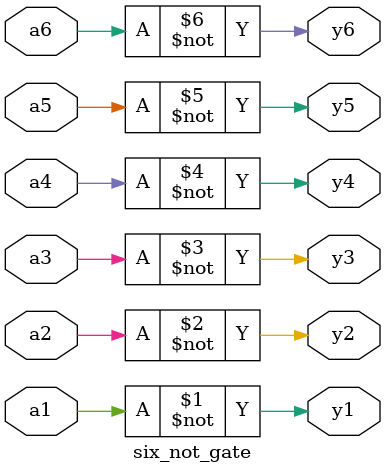
<source format=v>
`timescale 1ns / 1ps

module six_not_gate #(parameter DELAY = 10)(
    input wire a1,a2,a3,a4,a5,a6,
    output wire y1,y2,y3,y4,y5,y6
    );
    
    not #DELAY (y1,a1);
    not #DELAY (y2,a2);
    not #DELAY (y3,a3);
    not #DELAY (y4,a4);
    not #DELAY (y5,a5);
    not #DELAY (y6,a6);
    
endmodule
</source>
